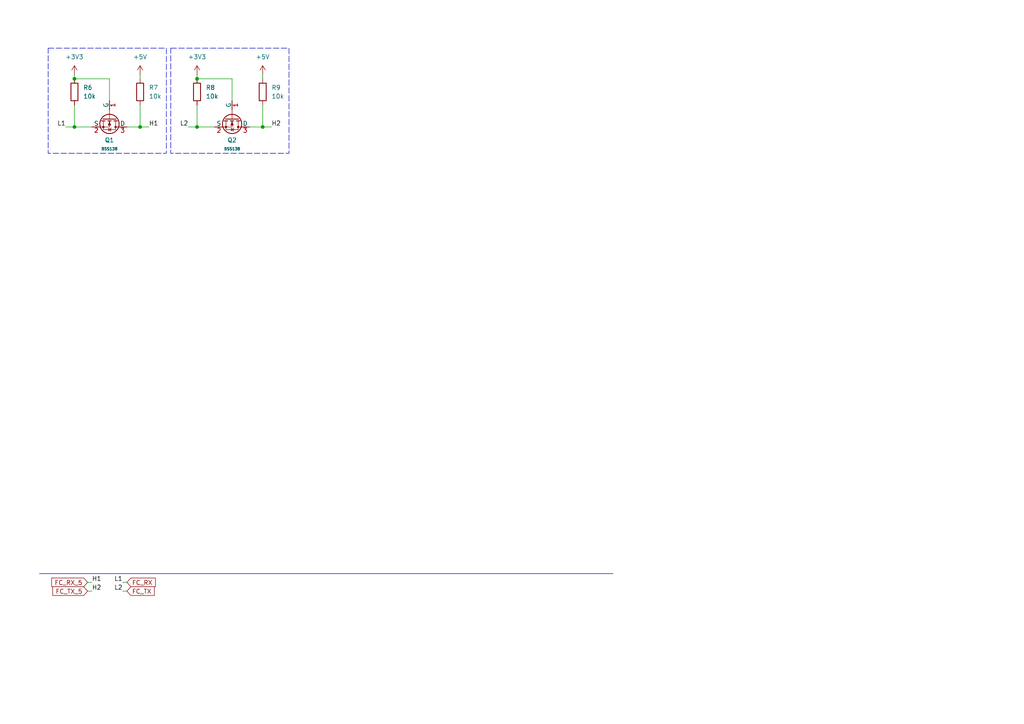
<source format=kicad_sch>
(kicad_sch (version 20250114) (generator "eeschema") (generator_version "9.0")
  (paper "A4")
  (title_block (title "AeroNode") (date "2026-01-02") (rev "0.1") (company "Moonlit Garage, Inc."))
  (lib_symbols
    (symbol "Device:R" (pin_numbers (hide yes)) (pin_names (offset 0))
      (property "Reference" "R" (at 2.032 0 90))
      (property "Value" "R" (at 0 0 90))
      (symbol "R_0_1"
        (rectangle (start -1.016 -2.54) (end 1.016 2.54) (stroke (width 0.254)))
      )
      (symbol "R_1_1"
        (pin passive line (at 0 3.81 270) (length 1.27) (name "~") (number "1"))
        (pin passive line (at 0 -3.81 90) (length 1.27) (name "~") (number "2"))
      )
    )
    (symbol "PCM_JLCPCB-Transistors:NMOS,BSS138" (pin_names (offset 0))
      (property "Reference" "Q" (at 4.8514 0.834 0))
      (property "Value" "BSS138" (at 4.8514 -1.2122 0))
      (symbol "NMOS,BSS138_0_1"
        (polyline (pts (xy 0.254 1.905) (xy 0.254 -1.905)) (stroke (width 0.254)))
        (polyline (pts (xy 0.254 0) (xy -2.54 0)))
        (polyline (pts (xy 0.762 2.286) (xy 0.762 1.27)) (stroke (width 0.254)))
        (polyline (pts (xy 0.762 0.508) (xy 0.762 -0.508)) (stroke (width 0.254)))
        (polyline (pts (xy 0.762 -1.27) (xy 0.762 -2.286)) (stroke (width 0.254)))
        (polyline (pts (xy 0.762 -1.778) (xy 3.302 -1.778) (xy 3.302 1.778) (xy 0.762 1.778)))
        (polyline (pts (xy 1.016 0) (xy 2.032 0.381) (xy 2.032 -0.381) (xy 1.016 0)) (fill (type outline)))
        (circle (center 1.651 0) (radius 2.794) (stroke (width 0.254)))
        (polyline (pts (xy 2.54 2.54) (xy 2.54 1.778)))
        (circle (center 2.54 1.778) (radius 0.254) (fill (type outline)))
        (circle (center 2.54 -1.778) (radius 0.254) (fill (type outline)))
        (polyline (pts (xy 2.54 -2.54) (xy 2.54 0) (xy 0.762 0)))
        (polyline (pts (xy 2.794 0.508) (xy 2.921 0.381) (xy 3.683 0.381) (xy 3.81 0.254)))
        (polyline (pts (xy 3.302 0.381) (xy 2.921 -0.254) (xy 3.683 -0.254) (xy 3.302 0.381)))
      )
      (symbol "NMOS,BSS138_1_1"
        (pin input line (at -5.08 0 0) (length 2.54) (name "G") (number "1"))
        (pin passive line (at 2.54 5.08 270) (length 2.54) (name "D") (number "3"))
        (pin passive line (at 2.54 -5.08 90) (length 2.54) (name "S") (number "2"))
      )
    )
    (symbol "power:+3V3" (power) (pin_numbers (hide yes)) (pin_names (offset 0) (hide yes))
      (property "Value" "+3V3" (at 0 3.556 0))
      (symbol "+3V3_0_1"
        (polyline (pts (xy -0.762 1.27) (xy 0 2.54)))
        (polyline (pts (xy 0 2.54) (xy 0.762 1.27)))
        (polyline (pts (xy 0 0) (xy 0 2.54)))
      )
      (symbol "+3V3_1_1"
        (pin power_in line (at 0 0 90) (length 0) (name "~") (number "1"))
      )
    )
    (symbol "power:+5V" (power) (pin_numbers (hide yes)) (pin_names (offset 0) (hide yes))
      (property "Value" "+5V" (at 0 3.556 0))
      (symbol "+5V_0_1"
        (polyline (pts (xy -0.762 1.27) (xy 0 2.54)))
        (polyline (pts (xy 0 2.54) (xy 0.762 1.27)))
        (polyline (pts (xy 0 0) (xy 0 2.54)))
      )
      (symbol "+5V_1_1"
        (pin power_in line (at 0 0 90) (length 0) (name "~") (number "1"))
      )
    )
  )
  (rectangle (start 49.53 13.97) (end 83.82 44.45) (stroke (width 0) (type dash)))
  (rectangle (start 13.97 13.97) (end 48.26 44.45) (stroke (width 0) (type dash)))
  (junction (at 40.64 36.83))
  (junction (at 76.2 36.83))
  (junction (at 57.15 36.83))
  (junction (at 21.59 36.83))
  (junction (at 57.15 22.86))
  (junction (at 21.59 22.86))
  (wire (pts (xy 67.31 29.21) (xy 67.31 22.86)))
  (wire (pts (xy 57.15 36.83) (xy 62.23 36.83)))
  (wire (pts (xy 31.75 22.86) (xy 21.59 22.86)))
  (wire (pts (xy 21.59 21.59) (xy 21.59 22.86)))
  (wire (pts (xy 21.59 36.83) (xy 26.67 36.83)))
  (wire (pts (xy 67.31 22.86) (xy 57.15 22.86)))
  (wire (pts (xy 40.64 36.83) (xy 43.18 36.83)))
  (wire (pts (xy 25.4 168.91) (xy 26.67 168.91)))
  (wire (pts (xy 54.61 36.83) (xy 57.15 36.83)))
  (wire (pts (xy 76.2 36.83) (xy 78.74 36.83)))
  (wire (pts (xy 76.2 21.59) (xy 76.2 22.86)))
  (wire (pts (xy 36.83 36.83) (xy 40.64 36.83)))
  (wire (pts (xy 35.56 168.91) (xy 36.83 168.91)))
  (wire (pts (xy 76.2 36.83) (xy 76.2 30.48)))
  (wire (pts (xy 57.15 30.48) (xy 57.15 36.83)))
  (wire (pts (xy 40.64 36.83) (xy 40.64 30.48)))
  (wire (pts (xy 25.4 171.45) (xy 26.67 171.45)))
  (wire (pts (xy 19.05 36.83) (xy 21.59 36.83)))
  (wire (pts (xy 40.64 21.59) (xy 40.64 22.86)))
  (polyline (pts (xy 11.43 166.37) (xy 177.8 166.37)))
  (wire (pts (xy 57.15 21.59) (xy 57.15 22.86)))
  (wire (pts (xy 21.59 30.48) (xy 21.59 36.83)))
  (wire (pts (xy 35.56 171.45) (xy 36.83 171.45)))
  (wire (pts (xy 31.75 29.21) (xy 31.75 22.86)))
  (wire (pts (xy 72.39 36.83) (xy 76.2 36.83)))
  (label "H1" (at 43.18 36.83 0))
  (label "H2" (at 26.67 171.45 0))
  (label "L2" (at 54.61 36.83 180))
  (label "L1" (at 35.56 168.91 180))
  (label "L2" (at 35.56 171.45 180))
  (label "H1" (at 26.67 168.91 0))
  (label "H2" (at 78.74 36.83 0))
  (label "L1" (at 19.05 36.83 180))
  (global_label "FC_RX_5" (shape input) (at 25.4 168.91 180) (property "Intersheetrefs" "${INTERSHEET_REFS}" (effects (hide yes))))
  (global_label "FC_RX" (shape input) (at 36.83 168.91 0) (property "Intersheetrefs" "${INTERSHEET_REFS}" (effects (hide yes))))
  (global_label "FC_TX" (shape input) (at 36.83 171.45 0) (property "Intersheetrefs" "${INTERSHEET_REFS}" (effects (hide yes))))
  (global_label "FC_TX_5" (shape input) (at 25.4 171.45 180) (property "Intersheetrefs" "${INTERSHEET_REFS}" (effects (hide yes))))
  (symbol (lib_id "power:+5V") (at 76.2 21.59 0) (unit 1)
    (property "Reference" "#PWR041" (effects (hide yes)))
    (property "Value" "+5V" (at 76.2 16.51 0))
    (property "Description" "Power symbol creates a global label with name \"+5V\"" (effects (hide yes)))
  )
  (symbol (lib_id "PCM_JLCPCB-Transistors:NMOS,BSS138") (at 31.75 34.29 270) (unit 1)
    (property "Reference" "Q1" (at 31.75 40.64 90))
    (property "Value" "BSS138" (at 31.75 43.18 90) (effects (font (size 0.8 0.8))))
    (property "Footprint" "PCM_JLCPCB:Q_SOT-23" (effects (hide yes)))
    (property "Datasheet" "https://wmsc.lcsc.com/wmsc/upload/file/pdf/v2/lcsc/2308281514_hongjiacheng-BSS138_C7420339.pdf" (effects (hide yes)))
    (property "Description" "50V 340mA 2.5Ω@10V,0.34A 350mW 1.6V@250uA 1PCSNChannel SOT-23 MOSFETs ROHS" (effects (hide yes)))
    (property "LCSC" "C7420339" (effects (hide yes)))
    (property "Stock" "257620" (effects (hide yes)))
    (property "Price" "0.021USD" (effects (hide yes)))
    (property "Process" "SMT" (effects (hide yes)))
    (property "Minimum Qty" "10" (effects (hide yes)))
    (property "Attrition Qty" "5" (effects (hide yes)))
    (property "Class" "Preferred Component" (effects (hide yes)))
    (property "Category" "Triode/MOS Tube/Transistor,MOSFETs" (effects (hide yes)))
    (property "Manufacturer" "hongjiacheng" (effects (hide yes)))
    (property "Part" "BSS138" (effects (hide yes)))
    (property "Continuous Drain Current (Id)" "340mA" (effects (hide yes)))
    (property "Input Capacitance (Ciss@Vds)" "17.5pF@25V" (effects (hide yes)))
    (property "Operating Temperature" "-55°C~+150°C" (effects (hide yes)))
    (property "Type" "null" (effects (hide yes)))
    (property "Drain Source Voltage (Vdss)" "null" (effects (hide yes)))
    (property "Power Dissipation (Pd)" "350mW" (effects (hide yes)))
    (property "Gate Threshold Voltage (Vgs(th)@Id)" "1.6V@250uA" (effects (hide yes)))
    (property "Reverse Transfer Capacitance (Crss@Vds)" "6.5pF@25V" (effects (hide yes)))
    (property "Drain Source On Resistance (RDS(on)@Vgs,Id)" "2.5Ω@10V,0.34A" (effects (hide yes)))
    (property "Total Gate Charge (Qg@Vgs)" "1.7nC@10V" (effects (hide yes)))
  )
  (symbol (lib_id "PCM_JLCPCB-Transistors:NMOS,BSS138") (at 67.31 34.29 270) (unit 1)
    (property "Reference" "Q2" (at 67.31 40.64 90))
    (property "Value" "BSS138" (at 67.31 43.18 90) (effects (font (size 0.8 0.8))))
    (property "Footprint" "PCM_JLCPCB:Q_SOT-23" (effects (hide yes)))
    (property "Datasheet" "https://wmsc.lcsc.com/wmsc/upload/file/pdf/v2/lcsc/2308281514_hongjiacheng-BSS138_C7420339.pdf" (effects (hide yes)))
    (property "Description" "50V 340mA 2.5Ω@10V,0.34A 350mW 1.6V@250uA 1PCSNChannel SOT-23 MOSFETs ROHS" (effects (hide yes)))
    (property "LCSC" "C7420339" (effects (hide yes)))
    (property "Stock" "257620" (effects (hide yes)))
    (property "Price" "0.021USD" (effects (hide yes)))
    (property "Process" "SMT" (effects (hide yes)))
    (property "Minimum Qty" "10" (effects (hide yes)))
    (property "Attrition Qty" "5" (effects (hide yes)))
    (property "Class" "Preferred Component" (effects (hide yes)))
    (property "Category" "Triode/MOS Tube/Transistor,MOSFETs" (effects (hide yes)))
    (property "Manufacturer" "hongjiacheng" (effects (hide yes)))
    (property "Part" "BSS138" (effects (hide yes)))
    (property "Continuous Drain Current (Id)" "340mA" (effects (hide yes)))
    (property "Input Capacitance (Ciss@Vds)" "17.5pF@25V" (effects (hide yes)))
    (property "Operating Temperature" "-55°C~+150°C" (effects (hide yes)))
    (property "Type" "null" (effects (hide yes)))
    (property "Drain Source Voltage (Vdss)" "null" (effects (hide yes)))
    (property "Power Dissipation (Pd)" "350mW" (effects (hide yes)))
    (property "Gate Threshold Voltage (Vgs(th)@Id)" "1.6V@250uA" (effects (hide yes)))
    (property "Reverse Transfer Capacitance (Crss@Vds)" "6.5pF@25V" (effects (hide yes)))
    (property "Drain Source On Resistance (RDS(on)@Vgs,Id)" "2.5Ω@10V,0.34A" (effects (hide yes)))
    (property "Total Gate Charge (Qg@Vgs)" "1.7nC@10V" (effects (hide yes)))
  )
  (symbol (lib_id "Device:R") (at 57.15 26.67 0) (unit 1)
    (property "Reference" "R8" (at 59.69 25.3999 0) (effects (justify left)))
    (property "Value" "10k" (at 59.69 27.9399 0) (effects (justify left)))
    (property "Footprint" "Resistor_SMD:R_0402_1005Metric" (effects (hide yes)))
    (property "Description" "Resistor" (effects (hide yes)))
  )
  (symbol (lib_id "power:+5V") (at 40.64 21.59 0) (unit 1)
    (property "Reference" "#PWR038" (effects (hide yes)))
    (property "Value" "+5V" (at 40.64 16.51 0))
    (property "Description" "Power symbol creates a global label with name \"+5V\"" (effects (hide yes)))
  )
  (symbol (lib_id "Device:R") (at 40.64 26.67 0) (unit 1)
    (property "Reference" "R7" (at 43.18 25.3999 0) (effects (justify left)))
    (property "Value" "10k" (at 43.18 27.9399 0) (effects (justify left)))
    (property "Footprint" "Resistor_SMD:R_0402_1005Metric" (effects (hide yes)))
    (property "Description" "Resistor" (effects (hide yes)))
  )
  (symbol (lib_id "power:+3V3") (at 21.59 21.59 0) (unit 1)
    (property "Reference" "#PWR037" (effects (hide yes)))
    (property "Value" "+3V3" (at 21.59 16.51 0))
    (property "Description" "Power symbol creates a global label with name \"+3V3\"" (effects (hide yes)))
  )
  (symbol (lib_id "Device:R") (at 76.2 26.67 0) (unit 1)
    (property "Reference" "R9" (at 78.74 25.3999 0) (effects (justify left)))
    (property "Value" "10k" (at 78.74 27.9399 0) (effects (justify left)))
    (property "Footprint" "Resistor_SMD:R_0402_1005Metric" (effects (hide yes)))
    (property "Description" "Resistor" (effects (hide yes)))
  )
  (symbol (lib_id "Device:R") (at 21.59 26.67 0) (unit 1)
    (property "Reference" "R6" (at 24.13 25.3999 0) (effects (justify left)))
    (property "Value" "10k" (at 24.13 27.9399 0) (effects (justify left)))
    (property "Footprint" "Resistor_SMD:R_0402_1005Metric" (effects (hide yes)))
    (property "Description" "Resistor" (effects (hide yes)))
  )
  (symbol (lib_id "power:+3V3") (at 57.15 21.59 0) (unit 1)
    (property "Reference" "#PWR039" (effects (hide yes)))
    (property "Value" "+3V3" (at 57.15 16.51 0))
    (property "Description" "Power symbol creates a global label with name \"+3V3\"" (effects (hide yes)))
  )
)
</source>
